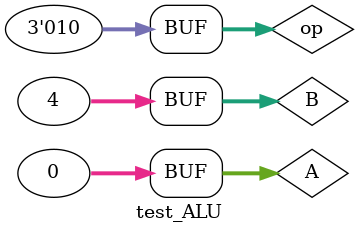
<source format=v>
`timescale 1ns / 1ps


module test_ALU;

	// Inputs
	reg [31:0] A;
	reg [31:0] B;
	reg [2:0] op;

	// Outputs
	wire [31:0] C;
	wire zero;
	wire [1:0] S;
	wire [31:0] result1;

	// Instantiate the Unit Under Test (UUT)
	ALUSCPU uut (
		.A(A), 
		.B(B), 
		.op(op), 
		.C(C), 
		.zero(zero), 
		.S(S), 
		.result1(result1)
	);

	initial begin
		// Initialize Inputs
		A = 0;
		B = 4;
		op = 2;

		// Wait 100 ns for global reset to finish
		#100;
        
		// Add stimulus here

	end
      
endmodule


</source>
